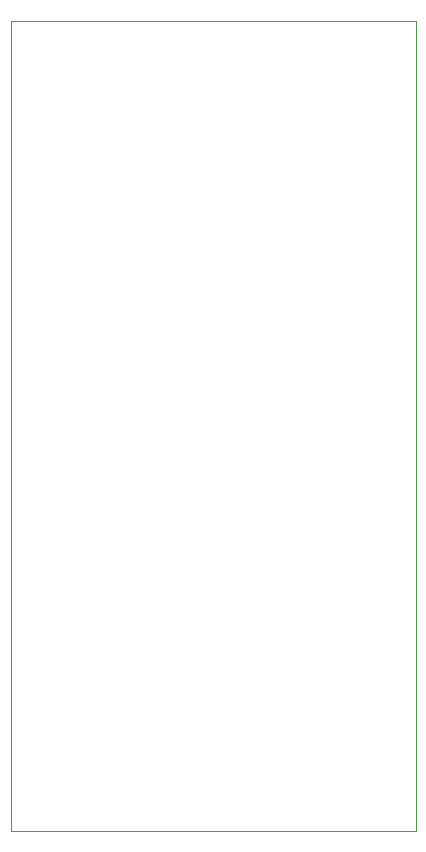
<source format=gm1>
G04 #@! TF.FileFunction,Profile,NP*
%FSLAX46Y46*%
G04 Gerber Fmt 4.6, Leading zero omitted, Abs format (unit mm)*
G04 Created by KiCad (PCBNEW 4.0.2-4+6225~38~ubuntu15.10.1-stable) date IDT 22:32:43 2016 אפר 10 א'*
%MOMM*%
G01*
G04 APERTURE LIST*
%ADD10C,0.150000*%
%ADD11C,0.100000*%
G04 APERTURE END LIST*
D10*
D11*
X76835000Y-133350000D02*
X76835000Y-64770000D01*
X111125000Y-133350000D02*
X76835000Y-133350000D01*
X111125000Y-64770000D02*
X111125000Y-133350000D01*
X76835000Y-64770000D02*
X111125000Y-64770000D01*
M02*

</source>
